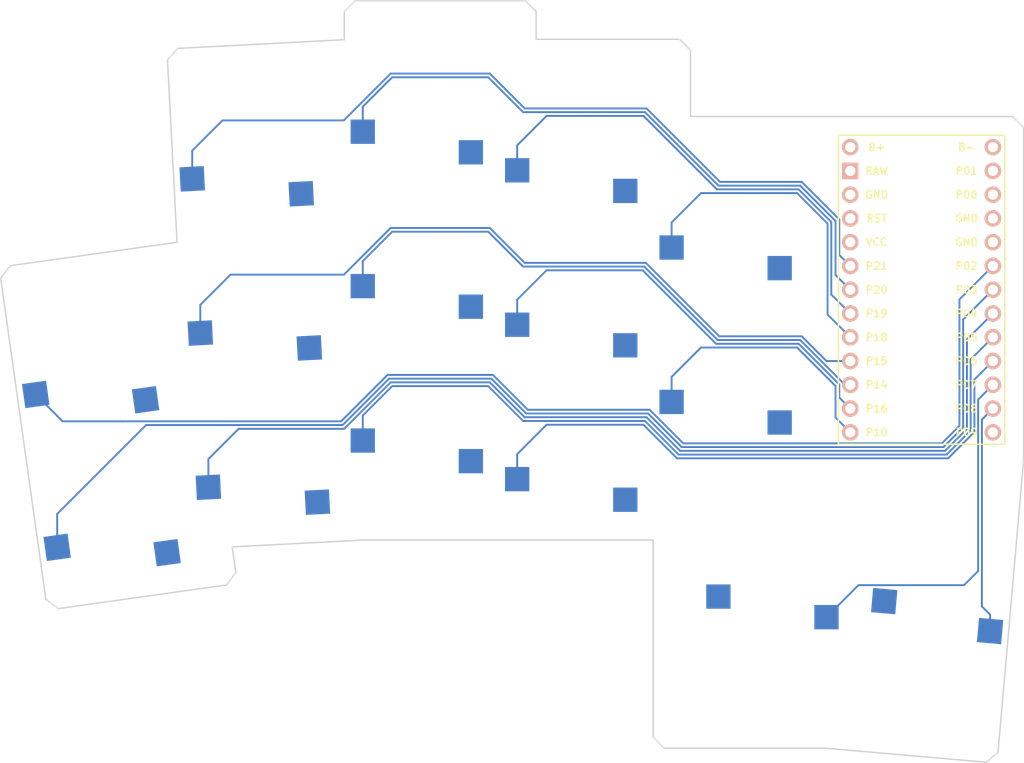
<source format=kicad_pcb>
(kicad_pcb (version 20240108) (generator "pcbnew") (generator_version "8.0")
  (title_block (title "hummingbird") (date "2024-05-27") (rev "v1.0.0") (company "Unknown"))
  (layers (0 "F.Cu" signal) (31 "B.Cu" signal) (34 "B.Paste" user) (35 "F.Paste" user) (36 "B.SilkS" user "B.Silkscreen") (37 "F.SilkS" user "F.Silkscreen") (38 "B.Mask" user) (39 "F.Mask" user) (44 "Edge.Cuts" user))
  (net 0 "")
  (net 1 "GND")
  (net 2 "thumb_tucky")
  (net 3 "thumb_reachy")
  (net 4 "matrix_pinky_home")
  (net 5 "matrix_pinky_top")
  (net 6 "matrix_ring_bottom")
  (net 7 "matrix_ring_home")
  (net 8 "matrix_ring_top")
  (net 9 "matrix_middle_bottom")
  (net 10 "matrix_middle_home")
  (net 11 "matrix_middle_top")
  (net 12 "matrix_index_bottom")
  (net 13 "matrix_index_home")
  (net 14 "matrix_index_top")
  (net 15 "matrix_inner_home")
  (net 16 "matrix_inner_top")
  (net 17 "B+")
  (net 18 "RAW")
  (net 19 "RST")
  (net 20 "VCC")
  (net 21 "B-")
  (net 22 "P1")
  (net 23 "P0")
  (net 24 "P9")
  (footprint "PG1350" (layer "F.Cu") (at 47.458946 -55.510636 180)
    (property "Reference" "S13" (hide yes))
    (property "Value" "" (hide yes))
    (pad "" np_thru_hole circle (at -5.5 0) (size 1.7018 1.7018) (drill 1.7018) (layers "*.Cu" "*.Mask"))
    (pad "" np_thru_hole circle (at 0 -5.95) (size 3 3) (drill 3) (layers "*.Cu" "*.Mask"))
    (pad "" np_thru_hole circle (at 0 0) (size 3.429 3.429) (drill 3.429) (layers "*.Cu" "*.Mask"))
    (pad "" np_thru_hole circle (at 5 -3.75) (size 3 3) (drill 3) (layers "*.Cu" "*.Mask"))
    (pad "" np_thru_hole circle (at 5.5 0) (size 1.7018 1.7018) (drill 1.7018) (layers "*.Cu" "*.Mask"))
    (pad "1" smd rect (at -3.275 -5.95 180) (size 2.6 2.6) (layers "B.Cu" "B.Paste" "B.Mask") (net 1 "GND"))
    (pad "2" smd rect (at 8.275 -3.75 180) (size 2.6 2.6) (layers "B.Cu" "B.Paste" "B.Mask") (net 14 "matrix_index_top"))
  )
  (footprint "PG1350" (layer "F.Cu") (at 30.958946 -43.135636 180)
    (property "Reference" "S9" (hide yes))
    (property "Value" "" (hide yes))
    (pad "" np_thru_hole circle (at -5.5 0) (size 1.7018 1.7018) (drill 1.7018) (layers "*.Cu" "*.Mask"))
    (pad "" np_thru_hole circle (at 0 -5.95) (size 3 3) (drill 3) (layers "*.Cu" "*.Mask"))
    (pad "" np_thru_hole circle (at 0 0) (size 3.429 3.429) (drill 3.429) (layers "*.Cu" "*.Mask"))
    (pad "" np_thru_hole circle (at 5 -3.75) (size 3 3) (drill 3) (layers "*.Cu" "*.Mask"))
    (pad "" np_thru_hole circle (at 5.5 0) (size 1.7018 1.7018) (drill 1.7018) (layers "*.Cu" "*.Mask"))
    (pad "1" smd rect (at -3.275 -5.95 180) (size 2.6 2.6) (layers "B.Cu" "B.Paste" "B.Mask") (net 1 "GND"))
    (pad "2" smd rect (at 8.275 -3.75 180) (size 2.6 2.6) (layers "B.Cu" "B.Paste" "B.Mask") (net 10 "matrix_middle_home"))
  )
  (footprint "PG1350" (layer "F.Cu") (at -4.592712 -32.678846 -172)
    (property "Reference" "S4" (hide yes))
    (property "Value" "" (hide yes))
    (pad "" np_thru_hole circle (at -5.5 0) (size 1.7018 1.7018) (drill 1.7018) (layers "*.Cu" "*.Mask"))
    (pad "" np_thru_hole circle (at 0 -5.95) (size 3 3) (drill 3) (layers "*.Cu" "*.Mask"))
    (pad "" np_thru_hole circle (at 0 0) (size 3.429 3.429) (drill 3.429) (layers "*.Cu" "*.Mask"))
    (pad "" np_thru_hole circle (at 5 -3.75) (size 3 3) (drill 3) (layers "*.Cu" "*.Mask"))
    (pad "" np_thru_hole circle (at 5.5 0) (size 1.7018 1.7018) (drill 1.7018) (layers "*.Cu" "*.Mask"))
    (pad "1" smd rect (at -3.275 -5.95 188) (size 2.6 2.6) (layers "B.Cu" "B.Paste" "B.Mask") (net 1 "GND"))
    (pad "2" smd rect (at 8.275 -3.75 188) (size 2.6 2.6) (layers "B.Cu" "B.Paste" "B.Mask") (net 5 "matrix_pinky_top"))
  )
  (footprint "PG1350" (layer "F.Cu") (at -2.296356 -16.339423 -172)
    (property "Reference" "S3" (hide yes))
    (property "Value" "" (hide yes))
    (pad "" np_thru_hole circle (at -5.5 0) (size 1.7018 1.7018) (drill 1.7018) (layers "*.Cu" "*.Mask"))
    (pad "" np_thru_hole circle (at 0 -5.95) (size 3 3) (drill 3) (layers "*.Cu" "*.Mask"))
    (pad "" np_thru_hole circle (at 0 0) (size 3.429 3.429) (drill 3.429) (layers "*.Cu" "*.Mask"))
    (pad "" np_thru_hole circle (at 5 -3.75) (size 3 3) (drill 3) (layers "*.Cu" "*.Mask"))
    (pad "" np_thru_hole circle (at 5.5 0) (size 1.7018 1.7018) (drill 1.7018) (layers "*.Cu" "*.Mask"))
    (pad "1" smd rect (at -3.275 -5.95 188) (size 2.6 2.6) (layers "B.Cu" "B.Paste" "B.Mask") (net 1 "GND"))
    (pad "2" smd rect (at 8.275 -3.75 188) (size 2.6 2.6) (layers "B.Cu" "B.Paste" "B.Mask") (net 4 "matrix_pinky_home"))
  )
  (footprint "nicenano" (layer "F.Cu") (at 82.398946 -39.000636 -90)
    (property "Reference" "MCU1" (hide yes))
    (property "Value" "" (hide yes))
    (fp_line (start -16.51 8.89) (end 16.51 8.89) (stroke (width 0.15)) (layer "F.SilkS"))
    (fp_line (start 16.51 8.89) (end 16.51 -8.89) (stroke (width 0.15)) (layer "F.SilkS"))
    (fp_line (start -16.51 -8.89) (end -16.51 8.89) (stroke (width 0.15)) (layer "F.SilkS"))
    (fp_line (start 16.51 -8.89) (end -16.51 -8.89) (stroke (width 0.15)) (layer "F.SilkS"))
    (fp_text user "P00" (at -10.16 -4.8 0) (layer "F.SilkS") (effects (font (size 0.8 0.8))))
    (fp_text user "P19" (at 2.54 4.8 0) (layer "F.SilkS") (effects (font (size 0.8 0.8))))
    (fp_text user "B+" (at -15.24 4.8 0) (layer "F.SilkS") (effects (font (size 0.8 0.8))))
    (fp_text user "P18" (at 5.08 4.8 0) (layer "F.SilkS") (effects (font (size 0.8 0.8))))
    (fp_text user "P14" (at 10.16 4.8 0) (layer "F.SilkS") (effects (font (size 0.8 0.8))))
    (fp_text user "P02" (at -2.54 -4.8 0) (layer "F.SilkS") (effects (font (size 0.8 0.8))))
    (fp_text user "B-" (at -15.24 -4.8 0) (layer "F.SilkS") (effects (font (size 0.8 0.8))))
    (fp_text user "GND" (at -7.62 -4.8 0) (layer "F.SilkS") (effects (font (size 0.8 0.8))))
    (fp_text user "P21" (at -2.54 4.8 0) (layer "F.SilkS") (effects (font (size 0.8 0.8))))
    (fp_text user "RAW" (at -12.7 4.8 0) (layer "F.SilkS") (effects (font (size 0.8 0.8))))
    (fp_text user "GND" (at -5.08 -4.8 0) (layer "F.SilkS") (effects (font (size 0.8 0.8))))
    (fp_text user "P06" (at 7.62 -4.8 0) (layer "F.SilkS") (effects (font (size 0.8 0.8))))
    (fp_text user "P03" (at 0 -4.8 0) (layer "F.SilkS") (effects (font (size 0.8 0.8))))
    (fp_text user "P15" (at 7.62 4.8 0) (layer "F.SilkS") (effects (font (size 0.8 0.8))))
    (fp_text user "P07" (at 10.16 -4.8 0) (layer "F.SilkS") (effects (font (size 0.8 0.8))))
    (fp_text user "P08" (at 12.7 -4.8 0) (layer "F.SilkS") (effects (font (size 0.8 0.8))))
    (fp_text user "P05" (at 5.08 -4.8 0) (layer "F.SilkS") (effects (font (size 0.8 0.8))))
    (fp_text user "P10" (at 15.24 4.8 0) (layer "F.SilkS") (effects (font (size 0.8 0.8))))
    (fp_text user "P01" (at -12.7 -4.8 0) (layer "F.SilkS") (effects (font (size 0.8 0.8))))
    (fp_text user "GND" (at -10.16 4.8 0) (layer "F.SilkS") (effects (font (size 0.8 0.8))))
    (fp_text user "P09" (at 15.24 -4.8 0) (layer "F.SilkS") (effects (font (size 0.8 0.8))))
    (fp_text user "RST" (at -7.62 4.8 0) (layer "F.SilkS") (effects (font (size 0.8 0.8))))
    (fp_text user "P16" (at 12.7 4.8 0) (layer "F.SilkS") (effects (font (size 0.8 0.8))))
    (fp_text user "P04" (at 2.54 -4.8 0) (layer "F.SilkS") (effects (font (size 0.8 0.8))))
    (fp_text user "VCC" (at -5.08 4.8 0) (layer "F.SilkS") (effects (font (size 0.8 0.8))))
    (fp_text user "P20" (at 0 4.8 0) (layer "F.SilkS") (effects (font (size 0.8 0.8))))
    (pad "1" thru_hole circle (at -15.24 7.62) (size 1.7526 1.7526) (drill 1.0922) (layers "*.Cu" "*.SilkS" "*.Mask") (net 17 "B+"))
    (pad "2" thru_hole rect (at -12.7 7.62 270) (size 1.7526 1.7526) (drill 1.0922) (layers "*.Cu" "*.SilkS" "*.Mask") (net 18 "RAW"))
    (pad "3" thru_hole circle (at -10.16 7.62) (size 1.7526 1.7526) (drill 1.0922) (layers "*.Cu" "*.SilkS" "*.Mask") (net 1 "GND"))
    (pad "4" thru_hole circle (at -7.62 7.62) (size 1.7526 1.7526) (drill 1.0922) (layers "*.Cu" "*.SilkS" "*.Mask") (net 19 "RST"))
    (pad "5" thru_hole circle (at -5.08 7.62) (size 1.7526 1.7526) (drill 1.0922) (layers "*.Cu" "*.SilkS" "*.Mask") (net 20 "VCC"))
    (pad "6" thru_hole circle (at -2.54 7.62) (size 1.7526 1.7526) (drill 1.0922) (layers "*.Cu" "*.SilkS" "*.Mask") (net 8 "matrix_ring_top"))
    (pad "7" thru_hole circle (at 0 7.62) (size 1.7526 1.7526) (drill 1.0922) (layers "*.Cu" "*.SilkS" "*.Mask") (net 11 "matrix_middle_top"))
    (pad "8" thru_hole circle (at 2.54 7.62) (size 1.7526 1.7526) (drill 1.0922) (layers "*.Cu" "*.SilkS" "*.Mask") (net 14 "matrix_index_top"))
    (pad "9" thru_hole circle (at 5.08 7.62) (size 1.7526 1.7526) (drill 1.0922) (layers "*.Cu" "*.SilkS" "*.Mask") (net 16 "matrix_inner_top"))
    (pad "10" thru_hole circle (at 7.62 7.62) (size 1.7526 1.7526) (drill 1.0922) (layers "*.Cu" "*.SilkS" "*.Mask") (net 7 "matrix_ring_home"))
    (pad "11" thru_hole circle (at 10.16 7.62) (size 1.7526 1.7526) (drill 1.0922) (layers "*.Cu" "*.SilkS" "*.Mask") (net 10 "matrix_middle_home"))
    (pad "12" thru_hole circle (at 12.7 7.62) (size 1.7526 1.7526) (drill 1.0922) (layers "*.Cu" "*.SilkS" "*.Mask") (net 13 "matrix_index_home"))
    (pad "13" thru_hole circle (at 15.24 7.62) (size 1.7526 1.7526) (drill 1.0922) (layers "*.Cu" "*.SilkS" "*.Mask") (net 15 "matrix_inner_home"))
    (pad "14" thru_hole circle (at -15.24 -7.62) (size 1.7526 1.7526) (drill 1.0922) (layers "*.Cu" "*.SilkS" "*.Mask") (net 21 "B-"))
    (pad "15" thru_hole circle (at -12.7 -7.62) (size 1.7526 1.7526) (drill 1.0922) (layers "*.Cu" "*.SilkS" "*.Mask") (net 22 "P1"))
    (pad "16" thru_hole circle (at -10.16 -7.62) (size 1.7526 1.7526) (drill 1.0922) (layers "*.Cu" "*.SilkS" "*.Mask") (net 23 "P0"))
    (pad "17" thru_hole circle (at -7.62 -7.62) (size 1.7526 1.7526) (drill 1.0922) (layers "*.Cu" "*.SilkS" "*.Mask") (net 1 "GND"))
    (pad "18" thru_hole circle (at -5.08 -7.62) (size 1.7526 1.7526) (drill 1.0922) (layers "*.Cu" "*.SilkS" "*.Mask") (net 1 "GND"))
    (pad "19" thru_hole circle (at -2.54 -7.62) (size 1.7526 1.7526) (drill 1.0922) (layers "*.Cu" "*.SilkS" "*.Mask") (net 5 "matrix_pinky_top"))
    (pad "20" thru_hole circle (at 0 -7.62) (size 1.7526 1.7526) (drill 1.0922) (layers "*.Cu" "*.SilkS" "*.Mask") (net 4 "matrix_pinky_home"))
    (pad "21" thru_hole circle (at 2.54 -7.62) (size 1.7526 1.7526) (drill 1.0922) (layers "*.Cu" "*.SilkS" "*.Mask") (net 6 "matrix_ring_bottom"))
    (pad "22" thru_hole circle (at 5.08 -7.62) (size 1.7526 1.7526) (drill 1.0922) (layers "*.Cu" "*.SilkS" "*.Mask") (net 9 "matrix_middle_bottom"))
    (pad "23" thru_hole circle (at 7.62 -7.62) (size 1.7526 1.7526) (drill 1.0922) (layers "*.Cu" "*.SilkS" "*.Mask") (net 12 "matrix_index_bottom"))
    (pad "24" thru_hole circle (at 10.16 -7.62) (size 1.7526 1.7526) (drill 1.0922) (layers "*.Cu" "*.SilkS" "*.Mask") (net 2 "thumb_tucky"))
    (pad "25" thru_hole circle (at 12.7 -7.62) (size 1.7526 1.7526) (drill 1.0922) (layers "*.Cu" "*.SilkS" "*.Mask") (net 3 "thumb_reachy"))
    (pad "26" thru_hole circle (at 15.24 -7.62) (size 1.7526 1.7526) (drill 1.0922) (layers "*.Cu" "*.SilkS" "*.Mask") (net 24 "P9"))
  )
  (footprint "PG1350" (layer "F.Cu") (at 63.958946 -47.260636 180)
    (property "Reference" "S15" (hide yes))
    (property "Value" "" (hide yes))
    (pad "" np_thru_hole circle (at -5.5 0) (size 1.7018 1.7018) (drill 1.7018) (layers "*.Cu" "*.Mask"))
    (pad "" np_thru_hole circle (at 0 -5.95) (size 3 3) (drill 3) (layers "*.Cu" "*.Mask"))
    (pad "" np_thru_hole circle (at 0 0) (size 3.429 3.429) (drill 3.429) (layers "*.Cu" "*.Mask"))
    (pad "" np_thru_hole circle (at 5 -3.75) (size 3 3) (drill 3) (layers "*.Cu" "*.Mask"))
    (pad "" np_thru_hole circle (at 5.5 0) (size 1.7018 1.7018) (drill 1.7018) (layers "*.Cu" "*.Mask"))
    (pad "1" smd rect (at -3.275 -5.95 180) (size 2.6 2.6) (layers "B.Cu" "B.Paste" "B.Mask") (net 1 "GND"))
    (pad "2" smd rect (at 8.275 -3.75 180) (size 2.6 2.6) (layers "B.Cu" "B.Paste" "B.Mask") (net 16 "matrix_inner_top"))
  )
  (footprint "PG1350" (layer "F.Cu") (at 81.146587 0.489793 -5)
    (property "Reference" "S2" (hide yes))
    (property "Value" "" (hide yes))
    (pad "" np_thru_hole circle (at -5.5 0) (size 1.7018 1.7018) (drill 1.7018) (layers "*.Cu" "*.Mask"))
    (pad "" np_thru_hole circle (at 0 -5.95) (size 3 3) (drill 3) (layers "*.Cu" "*.Mask"))
    (pad "" np_thru_hole circle (at 0 0) (size 3.429 3.429) (drill 3.429) (layers "*.Cu" "*.Mask"))
    (pad "" np_thru_hole circle (at 5.000001 -3.75) (size 3 3) (drill 3) (layers "*.Cu" "*.Mask"))
    (pad "" np_thru_hole circle (at 5.5 0) (size 1.7018 1.7018) (drill 1.7018) (layers "*.Cu" "*.Mask"))
    (pad "1" smd rect (at -3.275 -5.95 355) (size 2.6 2.6) (layers "B.Cu" "B.Paste" "B.Mask") (net 1 "GND"))
    (pad "2" smd rect (at 8.275 -3.75 355) (size 2.6 2.6) (layers "B.Cu" "B.Paste" "B.Mask") (net 3 "thumb_reachy"))
  )
  (footprint "PG1350" (layer "F.Cu") (at 14.254366 -22.073211 -177)
    (property "Reference" "S5" (hide yes))
    (property "Value" "" (hide yes))
    (pad "" np_thru_hole circle (at -5.5 0) (size 1.7018 1.7018) (drill 1.7018) (layers "*.Cu" "*.Mask"))
    (pad "" np_thru_hole circle (at 0 -5.95) (size 3 3) (drill 3) (layers "*.Cu" "*.Mask"))
    (pad "" np_thru_hole circle (at 0 0) (size 3.429 3.429) (drill 3.429) (layers "*.Cu" "*.Mask"))
    (pad "" np_thru_hole circle (at 5 -3.75) (size 3 3) (drill 3) (layers "*.Cu" "*.Mask"))
    (pad "" np_thru_hole circle (at 5.5 0) (size 1.7018 1.7018) (drill 1.7018) (layers "*.Cu" "*.Mask"))
    (pad "1" smd rect (at -3.275 -5.95 183) (size 2.6 2.6) (layers "B.Cu" "B.Paste" "B.Mask") (net 1 "GND"))
    (pad "2" smd rect (at 8.275 -3.75 183) (size 2.6 2.6) (layers "B.Cu" "B.Paste" "B.Mask") (net 6 "matrix_ring_bottom"))
  )
  (footprint "PG1350" (layer "F.Cu") (at 63.958946 -0.260636)
    (property "Reference" "S1" (hide yes))
    (property "Value" "" (hide yes))
    (pad "" np_thru_hole circle (at -5.5 0) (size 1.7018 1.7018) (drill 1.7018) (layers "*.Cu" "*.Mask"))
    (pad "" np_thru_hole circle (at 0 -5.95) (size 3 3) (drill 3) (layers "*.Cu" "*.Mask"))
    (pad "" np_thru_hole circle (at 0 0) (size 3.429 3.429) (drill 3.429) (layers "*.Cu" "*.Mask"))
    (pad "" np_thru_hole circle (at 5 -3.75) (size 3 3) (drill 3) (layers "*.Cu" "*.Mask"))
    (pad "" np_thru_hole circle (at 5.5 0) (size 1.7018 1.7018) (drill 1.7018) (layers "*.Cu" "*.Mask"))
    (pad "1" smd rect (at -3.275 -5.95) (size 2.6 2.6) (layers "B.Cu" "B.Paste" "B.Mask") (net 1 "GND"))
    (pad "2" smd rect (at 8.275 -3.75) (size 2.6 2.6) (layers "B.Cu" "B.Paste" "B.Mask") (net 2 "thumb_tucky"))
  )
  (footprint "PG1350" (layer "F.Cu") (at 63.958946 -30.760636 180)
    (property "Reference" "S14" (hide yes))
    (property "Value" "" (hide yes))
    (pad "" np_thru_hole circle (at -5.5 0) (size 1.7018 1.7018) (drill 1.7018) (layers "*.Cu" "*.Mask"))
    (pad "" np_thru_hole circle (at 0 -5.95) (size 3 3) (drill 3) (layers "*.Cu" "*.Mask"))
    (pad "" np_thru_hole circle (at 0 0) (size 3.429 3.429) (drill 3.429) (layers "*.Cu" "*.Mask"))
    (pad "" np_thru_hole circle (at 5 -3.75) (size 3 3) (drill 3) (layers "*.Cu" "*.Mask"))
    (pad "" np_thru_hole circle (at 5.5 0) (size 1.7018 1.7018) (drill 1.7018) (layers "*.Cu" "*.Mask"))
    (pad "1" smd rect (at -3.275 -5.95 180) (size 2.6 2.6) (layers "B.Cu" "B.Paste" "B.Mask") (net 1 "GND"))
    (pad "2" smd rect (at 8.275 -3.75 180) (size 2.6 2.6) (layers "B.Cu" "B.Paste" "B.Mask") (net 15 "matrix_inner_home"))
  )
  (footprint "PG1350" (layer "F.Cu") (at 47.458946 -39.010636 180)
    (property "Reference" "S12" (hide yes))
    (property "Value" "" (hide yes))
    (pad "" np_thru_hole circle (at -5.5 0) (size 1.7018 1.7018) (drill 1.7018) (layers "*.Cu" "*.Mask"))
    (pad "" np_thru_hole circle (at 0 -5.95) (size 3 3) (drill 3) (layers "*.Cu" "*.Mask"))
    (pad "" np_thru_hole circle (at 0 0) (size 3.429 3.429) (drill 3.429) (layers "*.Cu" "*.Mask"))
    (pad "" np_thru_hole circle (at 5 -3.75) (size 3 3) (drill 3) (layers "*.Cu" "*.Mask"))
    (pad "" np_thru_hole circle (at 5.5 0) (size 1.7018 1.7018) (drill 1.7018) (layers "*.Cu" "*.Mask"))
    (pad "1" smd rect (at -3.275 -5.95 180) (size 2.6 2.6) (layers "B.Cu" "B.Paste" "B.Mask") (net 1 "GND"))
    (pad "2" smd rect (at 8.275 -3.75 180) (size 2.6 2.6) (layers "B.Cu" "B.Paste" "B.Mask") (net 13 "matrix_index_home"))
  )
  (footprint "PG1350" (layer "F.Cu") (at 47.458946 -22.510636 180)
    (property "Reference" "S11" (hide yes))
    (property "Value" "" (hide yes))
    (pad "" np_thru_hole circle (at -5.5 0) (size 1.7018 1.7018) (drill 1.7018) (layers "*.Cu" "*.Mask"))
    (pad "" np_thru_hole circle (at 0 -5.95) (size 3 3) (drill 3) (layers "*.Cu" "*.Mask"))
    (pad "" np_thru_hole circle (at 0 0) (size 3.429 3.429) (drill 3.429) (layers "*.Cu" "*.Mask"))
    (pad "" np_thru_hole circle (at 5 -3.75) (size 3 3) (drill 3) (layers "*.Cu" "*.Mask"))
    (pad "" np_thru_hole circle (at 5.5 0) (size 1.7018 1.7018) (drill 1.7018) (layers "*.Cu" "*.Mask"))
    (pad "1" smd rect (at -3.275 -5.95 180) (size 2.6 2.6) (layers "B.Cu" "B.Paste" "B.Mask") (net 1 "GND"))
    (pad "2" smd rect (at 8.275 -3.75 180) (size 2.6 2.6) (layers "B.Cu" "B.Paste" "B.Mask") (net 12 "matrix_index_bottom"))
  )
  (footprint "PG1350" (layer "F.Cu") (at 13.390823 -38.550598 -177)
    (property "Reference" "S6" (hide yes))
    (property "Value" "" (hide yes))
    (pad "" np_thru_hole circle (at -5.5 0) (size 1.7018 1.7018) (drill 1.7018) (layers "*.Cu" "*.Mask"))
    (pad "" np_thru_hole circle (at 0 -5.95) (size 3 3) (drill 3) (layers "*.Cu" "*.Mask"))
    (pad "" np_thru_hole circle (at 0 0) (size 3.429 3.429) (drill 3.429) (layers "*.Cu" "*.Mask"))
    (pad "" np_thru_hole circle (at 5 -3.75) (size 3 3) (drill 3) (layers "*.Cu" "*.Mask"))
    (pad "" np_thru_hole circle (at 5.5 0) (size 1.7018 1.7018) (drill 1.7018) (layers "*.Cu" "*.Mask"))
    (pad "1" smd rect (at -3.275 -5.95 183) (size 2.6 2.6) (layers "B.Cu" "B.Paste" "B.Mask") (net 1 "GND"))
    (pad "2" smd rect (at 8.275 -3.75 183) (size 2.6 2.6) (layers "B.Cu" "B.Paste" "B.Mask") (net 7 "matrix_ring_home"))
  )
  (footprint "PG1350" (layer "F.Cu") (at 12.52728 -55.027985 -177)
    (property "Reference" "S7" (hide yes))
    (property "Value" "" (hide yes))
    (pad "" np_thru_hole circle (at -5.5 0) (size 1.7018 1.7018) (drill 1.7018) (layers "*.Cu" "*.Mask"))
    (pad "" np_thru_hole circle (at 0 -5.95) (size 3 3) (drill 3) (layers "*.Cu" "*.Mask"))
    (pad "" np_thru_hole circle (at 0 0) (size 3.429 3.429) (drill 3.429) (layers "*.Cu" "*.Mask"))
    (pad "" np_thru_hole circle (at 5 -3.75) (size 3 3) (drill 3) (layers "*.Cu" "*.Mask"))
    (pad "" np_thru_hole circle (at 5.5 0) (size 1.7018 1.7018) (drill 1.7018) (layers "*.Cu" "*.Mask"))
    (pad "1" smd rect (at -3.275 -5.95 183) (size 2.6 2.6) (layers "B.Cu" "B.Paste" "B.Mask") (net 1 "GND"))
    (pad "2" smd rect (at 8.275 -3.75 183) (size 2.6 2.6) (layers "B.Cu" "B.Paste" "B.Mask") (net 8 "matrix_ring_top"))
  )
  (footprint "PG1350" (layer "F.Cu") (at 30.958946 -59.635636 180)
    (property "Reference" "S10" (hide yes))
    (property "Value" "" (hide yes))
    (pad "" np_thru_hole circle (at -5.5 0) (size 1.7018 1.7018) (drill 1.7018) (layers "*.Cu" "*.Mask"))
    (pad "" np_thru_hole circle (at 0 -5.95) (size 3 3) (drill 3) (layers "*.Cu" "*.Mask"))
    (pad "" np_thru_hole circle (at 0 0) (size 3.429 3.429) (drill 3.429) (layers "*.Cu" "*.Mask"))
    (pad "" np_thru_hole circle (at 5 -3.75) (size 3 3) (drill 3) (layers "*.Cu" "*.Mask"))
    (pad "" np_thru_hole circle (at 5.5 0) (size 1.7018 1.7018) (drill 1.7018) (layers "*.Cu" "*.Mask"))
    (pad "1" smd rect (at -3.275 -5.95 180) (size 2.6 2.6) (layers "B.Cu" "B.Paste" "B.Mask") (net 1 "GND"))
    (pad "2" smd rect (at 8.275 -3.75 180) (size 2.6 2.6) (layers "B.Cu" "B.Paste" "B.Mask") (net 11 "matrix_middle_top"))
  )
  (footprint "PG1350" (layer "F.Cu") (at 30.958946 -26.635636 180)
    (property "Reference" "S8" (hide yes))
    (property "Value" "" (hide yes))
    (pad "" np_thru_hole circle (at -5.5 0) (size 1.7018 1.7018) (drill 1.7018) (layers "*.Cu" "*.Mask"))
    (pad "" np_thru_hole circle (at 0 -5.95) (size 3 3) (drill 3) (layers "*.Cu" "*.Mask"))
    (pad "" np_thru_hole circle (at 0 0) (size 3.429 3.429) (drill 3.429) (layers "*.Cu" "*.Mask"))
    (pad "" np_thru_hole circle (at 5 -3.75) (size 3 3) (drill 3) (layers "*.Cu" "*.Mask"))
    (pad "" np_thru_hole circle (at 5.5 0) (size 1.7018 1.7018) (drill 1.7018) (layers "*.Cu" "*.Mask"))
    (pad "1" smd rect (at -3.275 -5.95 180) (size 2.6 2.6) (layers "B.Cu" "B.Paste" "B.Mask") (net 1 "GND"))
    (pad "2" smd rect (at 8.275 -3.75 180) (size 2.6 2.6) (layers "B.Cu" "B.Paste" "B.Mask") (net 9 "matrix_middle_bottom"))
  )
  (gr_line (start 8.731742 -11.519716) (end 22.869335 -12.260636) (stroke (width 0.15)) (layer "Edge.Cuts"))
  (gr_line (start 40.037373 -69.885636) (end 41.208946 -68.714063) (stroke (width 0.15)) (layer "Edge.Cuts"))
  (gr_line (start 56.537373 -65.760636) (end 57.708946 -64.589063) (stroke (width 0.15)) (layer "Edge.Cuts"))
  (gr_line (start -15.009313 -41.565621) (end 2.837298 -44.073799) (stroke (width 0.15)) (layer "Edge.Cuts"))
  (gr_line (start -11.183131 -5.922822) (end -9.859908 -4.925703) (stroke (width 0.15)) (layer "Edge.Cuts"))
  (gr_line (start 53.708946 8.817792) (end 54.880519 9.989365) (stroke (width 0.15)) (layer "Edge.Cuts"))
  (gr_line (start 89.297122 11.492026) (end 90.566346 10.42702) (stroke (width 0.15)) (layer "Edge.Cuts"))
  (gr_line (start 90.566346 10.42702) (end 93.281335 -20.605454) (stroke (width 0.15)) (layer "Edge.Cuts"))
  (gr_line (start 20.708946 -65.720835) (end 20.708946 -68.714063) (stroke (width 0.15)) (layer "Edge.Cuts"))
  (gr_line (start 20.708946 -68.714063) (end 21.880519 -69.885636) (stroke (width 0.15)) (layer "Edge.Cuts"))
  (gr_line (start 72.121624 9.989365) (end 89.297122 11.492026) (stroke (width 0.15)) (layer "Edge.Cuts"))
  (gr_line (start 21.880519 -69.885636) (end 40.037373 -69.885636) (stroke (width 0.15)) (layer "Edge.Cuts"))
  (gr_line (start 8.120245 -7.452648) (end 9.117364 -8.775871) (stroke (width 0.15)) (layer "Edge.Cuts"))
  (gr_line (start -11.298426 -6.743187) (end -11.183131 -5.922822) (stroke (width 0.15)) (layer "Edge.Cuts"))
  (gr_line (start 93.285139 -20.648928) (end 93.287042 -20.692527) (stroke (width 0.15)) (layer "Edge.Cuts"))
  (gr_line (start 57.708946 -57.510636) (end 57.708946 -64.589063) (stroke (width 0.15)) (layer "Edge.Cuts"))
  (gr_line (start 54.880519 9.989365) (end 72.121624 9.989365) (stroke (width 0.15)) (layer "Edge.Cuts"))
  (gr_line (start -9.859908 -4.925703) (end 8.120245 -7.452648) (stroke (width 0.15)) (layer "Edge.Cuts"))
  (gr_line (start 22.869335 -12.260636) (end 53.708946 -12.260636) (stroke (width 0.15)) (layer "Edge.Cuts"))
  (gr_line (start 57.708946 -57.510636) (end 92.117373 -57.510636) (stroke (width 0.15)) (layer "Edge.Cuts"))
  (gr_line (start 1.816199 -63.557527) (end 2.924851 -64.78881) (stroke (width 0.15)) (layer "Edge.Cuts"))
  (gr_line (start 53.708946 8.817792) (end 53.708946 -12.260636) (stroke (width 0.15)) (layer "Edge.Cuts"))
  (gr_line (start 93.281335 -20.605454) (end 93.285139 -20.648928) (stroke (width 0.15)) (layer "Edge.Cuts"))
  (gr_line (start -16.006433 -40.242398) (end -13.59487 -23.083237) (stroke (width 0.15)) (layer "Edge.Cuts"))
  (gr_line (start 2.723099 -46.252848) (end 2.837298 -44.073799) (stroke (width 0.15)) (layer "Edge.Cuts"))
  (gr_line (start 41.208946 -65.760636) (end 41.208946 -68.714063) (stroke (width 0.15)) (layer "Edge.Cuts"))
  (gr_line (start -13.594782 -23.08261) (end -11.298426 -6.743187) (stroke (width 0.15)) (layer "Edge.Cuts"))
  (gr_line (start 2.924851 -64.78881) (end 20.708946 -65.720835) (stroke (width 0.15)) (layer "Edge.Cuts"))
  (gr_line (start 41.208946 -65.760636) (end 56.537373 -65.760636) (stroke (width 0.15)) (layer "Edge.Cuts"))
  (gr_line (start 93.288946 -20.736125) (end 93.288946 -56.339063) (stroke (width 0.15)) (layer "Edge.Cuts"))
  (gr_line (start 1.816199 -63.557527) (end 1.859556 -62.730236) (stroke (width 0.15)) (layer "Edge.Cuts"))
  (gr_line (start 1.859556 -62.730236) (end 2.723066 -46.25348) (stroke (width 0.15)) (layer "Edge.Cuts"))
  (gr_line (start 93.287042 -20.692527) (end 93.288946 -20.736125) (stroke (width 0.15)) (layer "Edge.Cuts"))
  (gr_line (start 8.731742 -11.519716) (end 9.117364 -8.775871) (stroke (width 0.15)) (layer "Edge.Cuts"))
  (gr_line (start 92.117373 -57.510636) (end 93.288946 -56.339063) (stroke (width 0.15)) (layer "Edge.Cuts"))
  (gr_line (start -16.006433 -40.242398) (end -15.009313 -41.565621) (stroke (width 0.15)) (layer "Edge.Cuts"))
  (segment (start 88.442646 -27.264336) (end 90.018946 -28.840636) (width 0.2) (layer "B.Cu") (net 2))
  (segment (start 72.233946 -4.010636) (end 75.654667 -7.431357) (width 0.2) (layer "B.Cu") (net 2))
  (segment (start 75.654667 -7.431357) (end 86.931357 -7.431357) (width 0.2) (layer "B.Cu") (net 2))
  (segment (start 88.442646 -8.942646) (end 88.442646 -27.264336) (width 0.2) (layer "B.Cu") (net 2))
  (segment (start 86.931357 -7.431357) (end 88.442646 -8.942646) (width 0.2) (layer "B.Cu") (net 2))
  (segment (start 88.842646 -5.157354) (end 88.842646 -25.124336) (width 0.2) (layer "B.Cu") (net 3))
  (segment (start 89.716932 -2.524723) (end 89.716932 -4.283068) (width 0.2) (layer "B.Cu") (net 3))
  (segment (start 89.716932 -4.283068) (end 88.842646 -5.157354) (width 0.2) (layer "B.Cu") (net 3))
  (segment (start 88.842646 -25.124336) (end 90.018946 -26.300636) (width 0.2) (layer "B.Cu") (net 3))
  (segment (start 40.149147 -25.775136) (end 53.17192 -25.775136) (width 0.2) (layer "B.Cu") (net 4))
  (segment (start 53.17192 -25.775136) (end 56.76272 -22.184336) (width 0.2) (layer "B.Cu") (net 4))
  (segment (start 56.76272 -22.184336) (end 84.737278 -22.184336) (width 0.2) (layer "B.Cu") (net 4))
  (segment (start 25.493745 -29.500136) (end 36.424147 -29.500136) (width 0.2) (layer "B.Cu") (net 4))
  (segment (start -9.968925 -11.47426) (end -9.968925 -15.046205) (width 0.2) (layer "B.Cu") (net 4))
  (segment (start 84.737278 -22.184336) (end 86.842646 -24.289704) (width 0.2) (layer "B.Cu") (net 4))
  (segment (start 36.424147 -29.500136) (end 36.658461 -29.265821) (width 0.2) (layer "B.Cu") (net 4))
  (segment (start 36.658461 -29.265821) (end 40.149147 -25.775136) (width 0.2) (layer "B.Cu") (net 4))
  (segment (start 86.842646 -24.289704) (end 86.842646 -35.824336) (width 0.2) (layer "B.Cu") (net 4))
  (segment (start 86.842646 -35.824336) (end 90.018946 -39.000636) (width 0.2) (layer "B.Cu") (net 4))
  (segment (start -0.477419 -24.537711) (end 20.53132 -24.537711) (width 0.2) (layer "B.Cu") (net 4))
  (segment (start 20.53132 -24.537711) (end 25.493745 -29.500136) (width 0.2) (layer "B.Cu") (net 4))
  (segment (start -9.968925 -15.046205) (end -0.477419 -24.537711) (width 0.2) (layer "B.Cu") (net 4))
  (segment (start 25.328059 -29.900136) (end 36.589832 -29.900136) (width 0.2) (layer "B.Cu") (net 5))
  (segment (start 86.442646 -37.964336) (end 90.018946 -41.540636) (width 0.2) (layer "B.Cu") (net 5))
  (segment (start 56.928406 -22.584336) (end 84.571592 -22.584336) (width 0.2) (layer "B.Cu") (net 5))
  (segment (start 20.365634 -24.937711) (end 25.328059 -29.900136) (width 0.2) (layer "B.Cu") (net 5))
  (segment (start 86.442646 -24.45539) (end 86.442646 -37.964336) (width 0.2) (layer "B.Cu") (net 5))
  (segment (start 84.571592 -22.584336) (end 86.442646 -24.45539) (width 0.2) (layer "B.Cu") (net 5))
  (segment (start 36.589832 -29.900136) (end 40.314832 -26.175136) (width 0.2) (layer "B.Cu") (net 5))
  (segment (start 40.314832 -26.175136) (end 53.337606 -26.175136) (width 0.2) (layer "B.Cu") (net 5))
  (segment (start -2.997377 -24.937711) (end 20.365634 -24.937711) (width 0.2) (layer "B.Cu") (net 5))
  (segment (start -12.265281 -27.813683) (end -9.388349 -24.936751) (width 0.2) (layer "B.Cu") (net 5))
  (segment (start -2.998337 -24.936751) (end -2.997377 -24.937711) (width 0.2) (layer "B.Cu") (net 5))
  (segment (start -9.388349 -24.936751) (end -2.998337 -24.936751) (width 0.2) (layer "B.Cu") (net 5))
  (segment (start 53.337606 -26.175136) (end 56.928406 -22.584336) (width 0.2) (layer "B.Cu") (net 5))
  (segment (start 25.659431 -29.100136) (end 36.258461 -29.100136) (width 0.2) (layer "B.Cu") (net 6))
  (segment (start 53.006235 -25.375136) (end 56.597035 -21.784336) (width 0.2) (layer "B.Cu") (net 6))
  (segment (start 6.186966 -17.89527) (end 6.186966 -20.908754) (width 0.2) (layer "B.Cu") (net 6))
  (segment (start 56.597035 -21.784336) (end 84.902964 -21.784336) (width 0.2) (layer "B.Cu") (net 6))
  (segment (start 6.186966 -20.908754) (end 9.415923 -24.137711) (width 0.2) (layer "B.Cu") (net 6))
  (segment (start 87.242646 -33.684336) (end 90.018946 -36.460636) (width 0.2) (layer "B.Cu") (net 6))
  (segment (start 39.983461 -25.375136) (end 53.006235 -25.375136) (width 0.2) (layer "B.Cu") (net 6))
  (segment (start 20.697006 -24.137711) (end 25.659431 -29.100136) (width 0.2) (layer "B.Cu") (net 6))
  (segment (start 36.258461 -29.100136) (end 39.983461 -25.375136) (width 0.2) (layer "B.Cu") (net 6))
  (segment (start 87.242646 -24.124018) (end 87.242646 -33.684336) (width 0.2) (layer "B.Cu") (net 6))
  (segment (start 84.902964 -21.784336) (end 87.242646 -24.124018) (width 0.2) (layer "B.Cu") (net 6))
  (segment (start 9.415923 -24.137711) (end 20.697006 -24.137711) (width 0.2) (layer "B.Cu") (net 6))
  (segment (start 39.983461 -41.875136) (end 52.924147 -41.875136) (width 0.2) (layer "B.Cu") (net 7))
  (segment (start 60.774147 -34.025136) (end 69.589833 -34.025136) (width 0.2) (layer "B.Cu") (net 7))
  (segment (start 24.029648 -43.970353) (end 25.425117 -45.365821) (width 0.2) (layer "B.Cu") (net 7))
  (segment (start 72.234333 -31.380636) (end 74.778946 -31.380636) (width 0.2) (layer "B.Cu") (net 7))
  (segment (start 5.323423 -37.386141) (end 8.55238 -40.615098) (width 0.2) (layer "B.Cu") (net 7))
  (segment (start 25.425117 -45.365821) (end 25.659431 -45.600136) (width 0.2) (layer "B.Cu") (net 7))
  (segment (start 52.924147 -41.875136) (end 60.774147 -34.025136) (width 0.2) (layer "B.Cu") (net 7))
  (segment (start 20.674393 -40.615098) (end 24.029648 -43.970353) (width 0.2) (layer "B.Cu") (net 7))
  (segment (start 36.258461 -45.600136) (end 39.983461 -41.875136) (width 0.2) (layer "B.Cu") (net 7))
  (segment (start 8.55238 -40.615098) (end 20.674393 -40.615098) (width 0.2) (layer "B.Cu") (net 7))
  (segment (start 5.323423 -34.372657) (end 5.323423 -37.386141) (width 0.2) (layer "B.Cu") (net 7))
  (segment (start 69.589833 -34.025136) (end 72.234333 -31.380636) (width 0.2) (layer "B.Cu") (net 7))
  (segment (start 25.659431 -45.600136) (end 36.258461 -45.600136) (width 0.2) (layer "B.Cu") (net 7))
  (segment (start 25.659431 -62.100136) (end 36.258461 -62.100136) (width 0.2) (layer "B.Cu") (net 8))
  (segment (start 4.45988 -53.863528) (end 7.688837 -57.092485) (width 0.2) (layer "B.Cu") (net 8))
  (segment (start 69.589833 -50.525136) (end 73.602646 -46.512323) (width 0.2) (layer "B.Cu") (net 8))
  (segment (start 39.983461 -58.375136) (end 53.006236 -58.375136) (width 0.2) (layer "B.Cu") (net 8))
  (segment (start 60.856236 -50.525136) (end 69.589833 -50.525136) (width 0.2) (layer "B.Cu") (net 8))
  (segment (start 73.602646 -46.512323) (end 73.602646 -42.716936) (width 0.2) (layer "B.Cu") (net 8))
  (segment (start 4.45988 -50.850044) (end 4.45988 -53.863528) (width 0.2) (layer "B.Cu") (net 8))
  (segment (start 20.65178 -57.092485) (end 25.659431 -62.100136) (width 0.2) (layer "B.Cu") (net 8))
  (segment (start 36.258461 -62.100136) (end 39.983461 -58.375136) (width 0.2) (layer "B.Cu") (net 8))
  (segment (start 7.688837 -57.092485) (end 20.65178 -57.092485) (width 0.2) (layer "B.Cu") (net 8))
  (segment (start 73.602646 -42.716936) (end 74.778946 -41.540636) (width 0.2) (layer "B.Cu") (net 8))
  (segment (start 53.006236 -58.375136) (end 60.856236 -50.525136) (width 0.2) (layer "B.Cu") (net 8))
  (segment (start 25.825117 -28.700136) (end 36.092775 -28.700136) (width 0.2) (layer "B.Cu") (net 9))
  (segment (start 54.657843 -23.157843) (end 56.43135 -21.384336) (width 0.2) (layer "B.Cu") (net 9))
  (segment (start 52.84055 -24.975136) (end 54.657843 -23.157843) (width 0.2) (layer "B.Cu") (net 9))
  (segment (start 54.657843 -23.157843) (end 54.75 -23.065685) (width 0.2) (layer "B.Cu") (net 9))
  (segment (start 36.092775 -28.700136) (end 39.817775 -24.975136) (width 0.2) (layer "B.Cu") (net 9))
  (segment (start 22.683946 -25.558965) (end 25.825117 -28.700136) (width 0.2) (layer "B.Cu") (net 9))
  (segment (start 85.06865 -21.384336) (end 87.642646 -23.958332) (width 0.2) (layer "B.Cu") (net 9))
  (segment (start 87.642646 -31.544336) (end 90.018946 -33.920636) (width 0.2) (layer "B.Cu") (net 9))
  (segment (start 56.43135 -21.384336) (end 85.06865 -21.384336) (width 0.2) (layer "B.Cu") (net 9))
  (segment (start 22.683946 -22.885636) (end 22.683946 -25.558965) (width 0.2) (layer "B.Cu") (net 9))
  (segment (start 87.642646 -23.958332) (end 87.642646 -31.544336) (width 0.2) (layer "B.Cu") (net 9))
  (segment (start 39.817775 -24.975136) (end 52.84055 -24.975136) (width 0.2) (layer "B.Cu") (net 9))
  (segment (start 36.092775 -45.200136) (end 25.825117 -45.200136) (width 0.2) (layer "B.Cu") (net 10))
  (segment (start 74.208647 -28.840636) (end 69.424147 -33.625136) (width 0.2) (layer "B.Cu") (net 10))
  (segment (start 60.608461 -33.625136) (end 52.758461 -41.475136) (width 0.2) (layer "B.Cu") (net 10))
  (segment (start 69.424147 -33.625136) (end 60.608461 -33.625136) (width 0.2) (layer "B.Cu") (net 10))
  (segment (start 39.817775 -41.475136) (end 36.092775 -45.200136) (width 0.2) (layer "B.Cu") (net 10))
  (segment (start 22.683946 -42.058965) (end 22.683946 -39.385636) (width 0.2) (layer "B.Cu") (net 10))
  (segment (start 52.758461 -41.475136) (end 39.817775 -41.475136) (width 0.2) (layer "B.Cu") (net 10))
  (segment (start 25.825117 -45.200136) (end 22.683946 -42.058965) (width 0.2) (layer "B.Cu") (net 10))
  (segment (start 74.778946 -28.840636) (end 74.208647 -28.840636) (width 0.2) (layer "B.Cu") (net 10))
  (segment (start 36.092775 -61.700136) (end 39.817775 -57.975136) (width 0.2) (layer "B.Cu") (net 11))
  (segment (start 60.69055 -50.125136) (end 69.424147 -50.125136) (width 0.2) (layer "B.Cu") (net 11))
  (segment (start 73.202646 -46.346637) (end 73.202646 -40.576936) (width 0.2) (layer "B.Cu") (net 11))
  (segment (start 22.683946 -58.558965) (end 25.825117 -61.700136) (width 0.2) (layer "B.Cu") (net 11))
  (segment (start 25.825117 -61.700136) (end 36.092775 -61.700136) (width 0.2) (layer "B.Cu") (net 11))
  (segment (start 52.84055 -57.975136) (end 60.69055 -50.125136) (width 0.2) (layer "B.Cu") (net 11))
  (segment (start 39.817775 -57.975136) (end 52.84055 -57.975136) (width 0.2) (layer "B.Cu") (net 11))
  (segment (start 73.202646 -40.576936) (end 74.778946 -39.000636) (width 0.2) (layer "B.Cu") (net 11))
  (segment (start 22.683946 -55.885636) (end 22.683946 -58.558965) (width 0.2) (layer "B.Cu") (net 11))
  (segment (start 69.424147 -50.125136) (end 73.202646 -46.346637) (width 0.2) (layer "B.Cu") (net 11))
  (segment (start 56.265664 -20.984336) (end 85.234336 -20.984336) (width 0.2) (layer "B.Cu") (net 12))
  (segment (start 88.042646 -29.404336) (end 90.018946 -31.380636) (width 0.2) (layer "B.Cu") (net 12))
  (segment (start 39.183946 -21.433965) (end 42.325117 -24.575136) (width 0.2) (layer "B.Cu") (net 12))
  (segment (start 52.674864 -24.575136) (end 56.265664 -20.984336) (width 0.2) (layer "B.Cu") (net 12))
  (segment (start 85.234336 -20.984336) (end 88.042646 -23.792646) (width 0.2) (layer "B.Cu") (net 12))
  (segment (start 42.325117 -24.575136) (end 52.674864 -24.575136) (width 0.2) (layer "B.Cu") (net 12))
  (segment (start 39.183946 -18.760636) (end 39.183946 -21.433965) (width 0.2) (layer "B.Cu") (net 12))
  (segment (start 88.042646 -23.792646) (end 88.042646 -29.404336) (width 0.2) (layer "B.Cu") (net 12))
  (segment (start 52.592775 -41.075136) (end 60.442775 -33.225136) (width 0.2) (layer "B.Cu") (net 13))
  (segment (start 42.325117 -41.075136) (end 52.592775 -41.075136) (width 0.2) (layer "B.Cu") (net 13))
  (segment (start 73.602646 -27.476936) (end 74.778946 -26.300636) (width 0.2) (layer "B.Cu") (net 13))
  (segment (start 39.183946 -37.933965) (end 42.325117 -41.075136) (width 0.2) (layer "B.Cu") (net 13))
  (segment (start 73.602646 -28.880951) (end 73.602646 -27.476936) (width 0.2) (layer "B.Cu") (net 13))
  (segment (start 39.183946 -35.260636) (end 39.183946 -37.933965) (width 0.2) (layer "B.Cu") (net 13))
  (segment (start 69.258461 -33.225136) (end 73.602646 -28.880951) (width 0.2) (layer "B.Cu") (net 13))
  (segment (start 60.442775 -33.225136) (end 69.258461 -33.225136) (width 0.2) (layer "B.Cu") (net 13))
  (segment (start 72.75 -38.489582) (end 74.778946 -36.460636) (width 0.2) (layer "B.Cu") (net 14))
  (segment (start 72.75 -46.233597) (end 72.75 -38.489582) (width 0.2) (layer "B.Cu") (net 14))
  (segment (start 69.258461 -49.725136) (end 72.75 -46.233597) (width 0.2) (layer "B.Cu") (net 14))
  (segment (start 60.524864 -49.725136) (end 69.258461 -49.725136) (width 0.2) (layer "B.Cu") (net 14))
  (segment (start 39.183946 -51.760636) (end 39.183946 -54.433965) (width 0.2) (layer "B.Cu") (net 14))
  (segment (start 39.183946 -54.433965) (end 42.325117 -57.575136) (width 0.2) (layer "B.Cu") (net 14))
  (segment (start 52.674864 -57.575136) (end 60.524864 -49.725136) (width 0.2) (layer "B.Cu") (net 14))
  (segment (start 42.325117 -57.575136) (end 52.674864 -57.575136) (width 0.2) (layer "B.Cu") (net 14))
  (segment (start 55.683946 -27.010636) (end 55.683946 -29.683965) (width 0.2) (layer "B.Cu") (net 15))
  (segment (start 69.092775 -32.825136) (end 73.202646 -28.715265) (width 0.2) (layer "B.Cu") (net 15))
  (segment (start 73.202646 -25.336936) (end 74.778946 -23.760636) (width 0.2) (layer "B.Cu") (net 15))
  (segment (start 73.202646 -28.715265) (end 73.202646 -25.336936) (width 0.2) (layer "B.Cu") (net 15))
  (segment (start 55.683946 -29.683965) (end 58.825117 -32.825136) (width 0.2) (layer "B.Cu") (net 15))
  (segment (start 58.825117 -32.825136) (end 69.092775 -32.825136) (width 0.2) (layer "B.Cu") (net 15))
  (segment (start 69.092775 -49.325136) (end 72.35 -46.067911) (width 0.2) (layer "B.Cu") (net 16))
  (segment (start 58.825117 -49.325136) (end 69.092775 -49.325136) (width 0.2) (layer "B.Cu") (net 16))
  (segment (start 72.35 -36.349582) (end 74.778946 -33.920636) (width 0.2) (layer "B.Cu") (net 16))
  (segment (start 55.683946 -46.183965) (end 58.825117 -49.325136) (width 0.2) (layer "B.Cu") (net 16))
  (segment (start 72.35 -46.067911) (end 72.35 -36.349582) (width 0.2) (layer "B.Cu") (net 16))
  (segment (start 55.683946 -43.510636) (end 55.683946 -46.183965) (width 0.2) (layer "B.Cu") (net 16))
)
</source>
